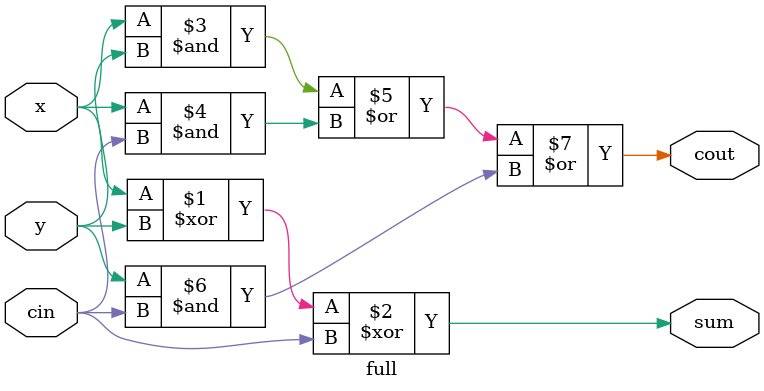
<source format=v>
module top_module (
    input [3:0] x,
    input [3:0] y, 
    output [4:0] sum);
    wire[3:0] cout;
    full f0(x[0],y[0],1'b0,sum[0],cout[0]);
    full f1(x[1],y[1],cout[0],sum[1],cout[1]);
    full f2(x[2],y[2],cout[1],sum[2],cout[2]);
    full f3(x[3],y[3],cout[2],sum[3],sum[4]);
    
endmodule
module full(x,y,cin,sum,cout);
  	input x,y,cin;
  	output sum,cout;
  	assign sum = x^y^cin;
  	assign cout= x&y|x&cin|y&cin ;
endmodule

</source>
